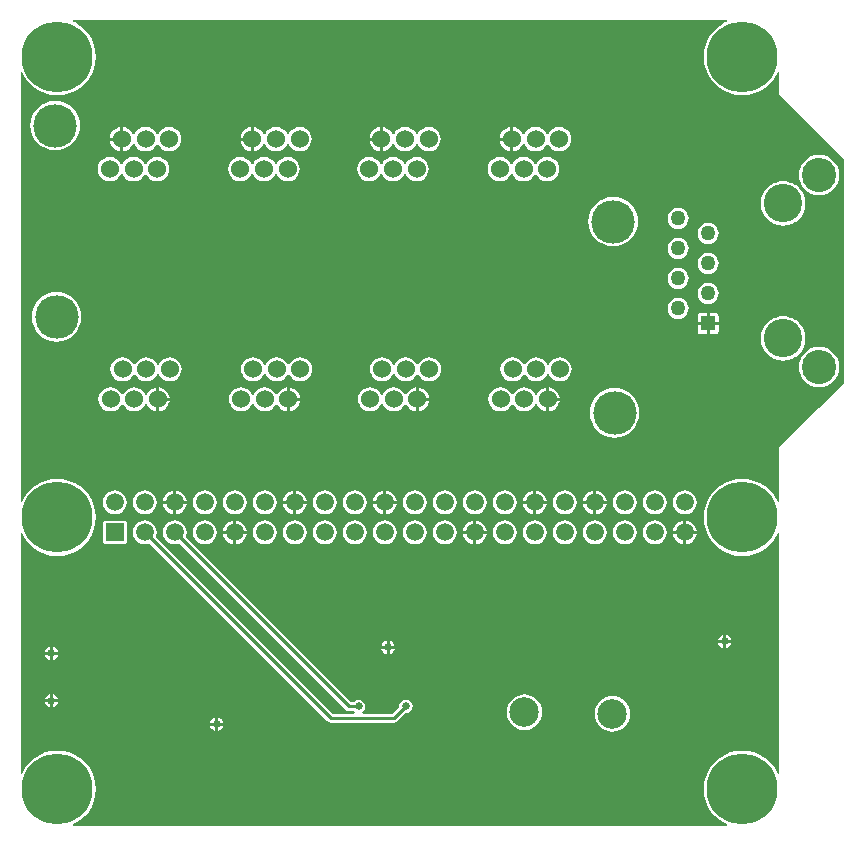
<source format=gbl>
G04*
G04 #@! TF.GenerationSoftware,Altium Limited,Altium Designer,18.0.7 (293)*
G04*
G04 Layer_Physical_Order=2*
G04 Layer_Color=16711680*
%FSLAX25Y25*%
%MOIN*%
G70*
G01*
G75*
%ADD10C,0.01000*%
%ADD39C,0.09843*%
%ADD40R,0.05906X0.05906*%
%ADD41C,0.05906*%
%ADD42R,0.04992X0.04992*%
%ADD43C,0.04992*%
%ADD44C,0.11398*%
%ADD45C,0.12795*%
%ADD46C,0.14500*%
%ADD47C,0.06000*%
%ADD48C,0.23622*%
%ADD49C,0.02500*%
G36*
X237017Y269624D02*
X236292Y269324D01*
X234573Y268270D01*
X233039Y266961D01*
X231730Y265427D01*
X230676Y263708D01*
X229904Y261845D01*
X229434Y259884D01*
X229275Y257874D01*
X229434Y255864D01*
X229904Y253903D01*
X230676Y252040D01*
X231730Y250321D01*
X233039Y248787D01*
X234573Y247478D01*
X236292Y246424D01*
X238155Y245652D01*
X240116Y245182D01*
X242126Y245023D01*
X244136Y245182D01*
X246097Y245652D01*
X247960Y246424D01*
X249679Y247478D01*
X251213Y248787D01*
X252522Y250321D01*
X253576Y252040D01*
X253876Y252765D01*
X254376Y252665D01*
Y246063D01*
X254492Y245478D01*
X254824Y244982D01*
X276030Y223776D01*
Y149256D01*
X267619Y140845D01*
X254824Y128050D01*
X254492Y127554D01*
X254376Y126969D01*
Y118110D01*
Y109540D01*
X253876Y109440D01*
X253576Y110165D01*
X252522Y111884D01*
X251213Y113418D01*
X249679Y114727D01*
X247960Y115781D01*
X246097Y116552D01*
X244136Y117023D01*
X242126Y117181D01*
X240116Y117023D01*
X238155Y116552D01*
X236292Y115781D01*
X234573Y114727D01*
X233039Y113418D01*
X231730Y111884D01*
X230676Y110165D01*
X229904Y108302D01*
X229434Y106341D01*
X229275Y104331D01*
X229434Y102321D01*
X229904Y100360D01*
X230676Y98497D01*
X231730Y96777D01*
X233039Y95244D01*
X234573Y93934D01*
X236292Y92881D01*
X238155Y92109D01*
X240116Y91638D01*
X242126Y91480D01*
X244136Y91638D01*
X246097Y92109D01*
X247960Y92881D01*
X249679Y93934D01*
X251213Y95244D01*
X252522Y96777D01*
X253576Y98497D01*
X253876Y99221D01*
X254376Y99122D01*
Y18989D01*
X253876Y18889D01*
X253576Y19614D01*
X252522Y21333D01*
X251213Y22866D01*
X249679Y24176D01*
X247960Y25230D01*
X246097Y26001D01*
X244136Y26472D01*
X242126Y26630D01*
X240116Y26472D01*
X238155Y26001D01*
X236292Y25230D01*
X234573Y24176D01*
X233039Y22866D01*
X231730Y21333D01*
X230676Y19614D01*
X229904Y17751D01*
X229434Y15790D01*
X229275Y13780D01*
X229434Y11769D01*
X229904Y9809D01*
X230676Y7946D01*
X231730Y6226D01*
X233039Y4693D01*
X234573Y3383D01*
X236292Y2330D01*
X237017Y2029D01*
X236917Y1529D01*
X18988D01*
X18889Y2029D01*
X19614Y2330D01*
X21333Y3383D01*
X22866Y4693D01*
X24176Y6226D01*
X25230Y7946D01*
X26001Y9809D01*
X26472Y11769D01*
X26630Y13780D01*
X26472Y15790D01*
X26001Y17751D01*
X25230Y19614D01*
X24176Y21333D01*
X22866Y22866D01*
X21333Y24176D01*
X19614Y25230D01*
X17751Y26001D01*
X15790Y26472D01*
X13780Y26630D01*
X11769Y26472D01*
X9809Y26001D01*
X7946Y25230D01*
X6226Y24176D01*
X4693Y22866D01*
X3383Y21333D01*
X2330Y19614D01*
X2029Y18889D01*
X1529Y18988D01*
Y99122D01*
X2029Y99221D01*
X2330Y98497D01*
X3383Y96777D01*
X4693Y95244D01*
X6226Y93934D01*
X7946Y92881D01*
X9809Y92109D01*
X11769Y91638D01*
X13780Y91480D01*
X15790Y91638D01*
X17751Y92109D01*
X19614Y92881D01*
X21333Y93934D01*
X22866Y95244D01*
X24176Y96777D01*
X25230Y98497D01*
X26001Y100360D01*
X26472Y102321D01*
X26630Y104331D01*
X26472Y106341D01*
X26001Y108302D01*
X25230Y110165D01*
X24176Y111884D01*
X22866Y113418D01*
X21333Y114727D01*
X19614Y115781D01*
X17751Y116552D01*
X15790Y117023D01*
X13780Y117181D01*
X11769Y117023D01*
X9809Y116552D01*
X7946Y115781D01*
X6226Y114727D01*
X4693Y113418D01*
X3383Y111884D01*
X2330Y110165D01*
X2029Y109440D01*
X1529Y109540D01*
Y252665D01*
X2029Y252765D01*
X2330Y252040D01*
X3383Y250321D01*
X4693Y248787D01*
X6226Y247478D01*
X7946Y246424D01*
X9809Y245652D01*
X11769Y245182D01*
X13780Y245023D01*
X15790Y245182D01*
X17751Y245652D01*
X19614Y246424D01*
X21333Y247478D01*
X22866Y248787D01*
X24176Y250321D01*
X25229Y252040D01*
X26001Y253903D01*
X26472Y255864D01*
X26630Y257874D01*
X26472Y259884D01*
X26001Y261845D01*
X25229Y263708D01*
X24176Y265427D01*
X22866Y266961D01*
X21333Y268270D01*
X19614Y269324D01*
X18889Y269624D01*
X18989Y270124D01*
X236917D01*
X237017Y269624D01*
D02*
G37*
%LPC*%
G36*
X181047Y234507D02*
X180003Y234369D01*
X179030Y233966D01*
X178194Y233325D01*
X177553Y232490D01*
X177383Y232078D01*
X176842D01*
X176671Y232490D01*
X176030Y233325D01*
X175194Y233966D01*
X174221Y234369D01*
X173177Y234507D01*
X172133Y234369D01*
X171160Y233966D01*
X170324Y233325D01*
X169683Y232490D01*
X169513Y232078D01*
X168972D01*
X168801Y232490D01*
X168160Y233325D01*
X167324Y233966D01*
X166351Y234369D01*
X165807Y234441D01*
Y230472D01*
Y226504D01*
X166351Y226575D01*
X167324Y226978D01*
X168160Y227620D01*
X168801Y228455D01*
X168972Y228867D01*
X169513D01*
X169683Y228455D01*
X170324Y227620D01*
X171160Y226978D01*
X172133Y226575D01*
X173177Y226438D01*
X174221Y226575D01*
X175194Y226978D01*
X176030Y227620D01*
X176671Y228455D01*
X176842Y228867D01*
X177383D01*
X177553Y228455D01*
X178194Y227620D01*
X179030Y226978D01*
X180003Y226575D01*
X181047Y226438D01*
X182091Y226575D01*
X183064Y226978D01*
X183900Y227620D01*
X184541Y228455D01*
X184944Y229428D01*
X185082Y230472D01*
X184944Y231517D01*
X184541Y232490D01*
X183900Y233325D01*
X183064Y233966D01*
X182091Y234369D01*
X181047Y234507D01*
D02*
G37*
G36*
X137547D02*
X136503Y234369D01*
X135530Y233966D01*
X134694Y233325D01*
X134053Y232490D01*
X133883Y232078D01*
X133342D01*
X133171Y232490D01*
X132530Y233325D01*
X131694Y233966D01*
X130721Y234369D01*
X129677Y234507D01*
X128633Y234369D01*
X127660Y233966D01*
X126824Y233325D01*
X126183Y232490D01*
X126013Y232078D01*
X125472D01*
X125301Y232490D01*
X124660Y233325D01*
X123824Y233966D01*
X122851Y234369D01*
X122307Y234441D01*
Y230472D01*
Y226504D01*
X122851Y226575D01*
X123824Y226978D01*
X124660Y227620D01*
X125301Y228455D01*
X125472Y228867D01*
X126013D01*
X126183Y228455D01*
X126824Y227620D01*
X127660Y226978D01*
X128633Y226575D01*
X129677Y226438D01*
X130721Y226575D01*
X131694Y226978D01*
X132530Y227620D01*
X133171Y228455D01*
X133342Y228867D01*
X133883D01*
X134053Y228455D01*
X134694Y227620D01*
X135530Y226978D01*
X136503Y226575D01*
X137547Y226438D01*
X138591Y226575D01*
X139564Y226978D01*
X140400Y227620D01*
X141041Y228455D01*
X141444Y229428D01*
X141582Y230472D01*
X141444Y231517D01*
X141041Y232490D01*
X140400Y233325D01*
X139564Y233966D01*
X138591Y234369D01*
X137547Y234507D01*
D02*
G37*
G36*
X94547D02*
X93503Y234369D01*
X92530Y233966D01*
X91694Y233325D01*
X91053Y232490D01*
X90883Y232078D01*
X90342D01*
X90171Y232490D01*
X89530Y233325D01*
X88694Y233966D01*
X87721Y234369D01*
X86677Y234507D01*
X85633Y234369D01*
X84660Y233966D01*
X83824Y233325D01*
X83183Y232490D01*
X83013Y232078D01*
X82472D01*
X82301Y232490D01*
X81660Y233325D01*
X80824Y233966D01*
X79851Y234369D01*
X79307Y234441D01*
Y230472D01*
Y226504D01*
X79851Y226575D01*
X80824Y226978D01*
X81660Y227620D01*
X82301Y228455D01*
X82472Y228867D01*
X83013D01*
X83183Y228455D01*
X83824Y227620D01*
X84660Y226978D01*
X85633Y226575D01*
X86677Y226438D01*
X87721Y226575D01*
X88694Y226978D01*
X89530Y227620D01*
X90171Y228455D01*
X90342Y228867D01*
X90883D01*
X91053Y228455D01*
X91694Y227620D01*
X92530Y226978D01*
X93503Y226575D01*
X94547Y226438D01*
X95591Y226575D01*
X96564Y226978D01*
X97400Y227620D01*
X98041Y228455D01*
X98444Y229428D01*
X98582Y230472D01*
X98444Y231517D01*
X98041Y232490D01*
X97400Y233325D01*
X96564Y233966D01*
X95591Y234369D01*
X94547Y234507D01*
D02*
G37*
G36*
X51047D02*
X50003Y234369D01*
X49030Y233966D01*
X48194Y233325D01*
X47553Y232490D01*
X47383Y232078D01*
X46842D01*
X46671Y232490D01*
X46030Y233325D01*
X45194Y233966D01*
X44221Y234369D01*
X43177Y234507D01*
X42133Y234369D01*
X41160Y233966D01*
X40324Y233325D01*
X39683Y232490D01*
X39513Y232078D01*
X38972D01*
X38801Y232490D01*
X38160Y233325D01*
X37324Y233966D01*
X36351Y234369D01*
X35807Y234441D01*
Y230472D01*
Y226504D01*
X36351Y226575D01*
X37324Y226978D01*
X38160Y227620D01*
X38801Y228455D01*
X38972Y228867D01*
X39513D01*
X39683Y228455D01*
X40324Y227620D01*
X41160Y226978D01*
X42133Y226575D01*
X43177Y226438D01*
X44221Y226575D01*
X45194Y226978D01*
X46030Y227620D01*
X46671Y228455D01*
X46842Y228867D01*
X47383D01*
X47553Y228455D01*
X48194Y227620D01*
X49030Y226978D01*
X50003Y226575D01*
X51047Y226438D01*
X52091Y226575D01*
X53064Y226978D01*
X53900Y227620D01*
X54541Y228455D01*
X54944Y229428D01*
X55082Y230472D01*
X54944Y231517D01*
X54541Y232490D01*
X53900Y233325D01*
X53064Y233966D01*
X52091Y234369D01*
X51047Y234507D01*
D02*
G37*
G36*
X164807Y234441D02*
X164263Y234369D01*
X163290Y233966D01*
X162454Y233325D01*
X161813Y232490D01*
X161410Y231517D01*
X161338Y230972D01*
X164807D01*
Y234441D01*
D02*
G37*
G36*
X78307D02*
X77763Y234369D01*
X76790Y233966D01*
X75954Y233325D01*
X75313Y232490D01*
X74910Y231517D01*
X74839Y230972D01*
X78307D01*
Y234441D01*
D02*
G37*
G36*
X121307D02*
X120763Y234369D01*
X119790Y233966D01*
X118954Y233325D01*
X118313Y232490D01*
X117910Y231517D01*
X117839Y230972D01*
X121307D01*
Y234441D01*
D02*
G37*
G36*
X34807Y234441D02*
X34263Y234369D01*
X33290Y233966D01*
X32454Y233325D01*
X31813Y232490D01*
X31410Y231517D01*
X31339Y230972D01*
X34807D01*
Y234441D01*
D02*
G37*
G36*
X13047Y243262D02*
X11430Y243103D01*
X9875Y242631D01*
X8442Y241865D01*
X7185Y240834D01*
X6154Y239578D01*
X5388Y238145D01*
X4916Y236590D01*
X4757Y234972D01*
X4916Y233355D01*
X5388Y231800D01*
X6154Y230367D01*
X7185Y229111D01*
X8442Y228080D01*
X9875Y227313D01*
X11430Y226842D01*
X13047Y226682D01*
X14664Y226842D01*
X16220Y227313D01*
X17653Y228080D01*
X18909Y229111D01*
X19940Y230367D01*
X20706Y231800D01*
X21178Y233355D01*
X21337Y234972D01*
X21178Y236590D01*
X20706Y238145D01*
X19940Y239578D01*
X18909Y240834D01*
X17653Y241865D01*
X16220Y242631D01*
X14664Y243103D01*
X13047Y243262D01*
D02*
G37*
G36*
X164807Y229972D02*
X161338D01*
X161410Y229428D01*
X161813Y228455D01*
X162454Y227620D01*
X163290Y226978D01*
X164263Y226575D01*
X164807Y226504D01*
Y229972D01*
D02*
G37*
G36*
X121307D02*
X117839D01*
X117910Y229428D01*
X118313Y228455D01*
X118954Y227620D01*
X119790Y226978D01*
X120763Y226575D01*
X121307Y226504D01*
Y229972D01*
D02*
G37*
G36*
X78307D02*
X74839D01*
X74910Y229428D01*
X75313Y228455D01*
X75954Y227620D01*
X76790Y226978D01*
X77763Y226575D01*
X78307Y226504D01*
Y229972D01*
D02*
G37*
G36*
X34807D02*
X31339D01*
X31410Y229428D01*
X31813Y228455D01*
X32454Y227620D01*
X33290Y226978D01*
X34263Y226575D01*
X34807Y226504D01*
Y229972D01*
D02*
G37*
G36*
X177047Y224507D02*
X176003Y224370D01*
X175030Y223966D01*
X174194Y223325D01*
X173553Y222490D01*
X173383Y222078D01*
X172842D01*
X172671Y222490D01*
X172030Y223325D01*
X171194Y223966D01*
X170221Y224370D01*
X169177Y224507D01*
X168133Y224370D01*
X167160Y223966D01*
X166324Y223325D01*
X165683Y222490D01*
X165513Y222078D01*
X164972D01*
X164801Y222490D01*
X164160Y223325D01*
X163324Y223966D01*
X162351Y224370D01*
X161307Y224507D01*
X160263Y224370D01*
X159290Y223966D01*
X158454Y223325D01*
X157813Y222490D01*
X157410Y221517D01*
X157273Y220472D01*
X157410Y219428D01*
X157813Y218455D01*
X158454Y217620D01*
X159290Y216978D01*
X160263Y216575D01*
X161307Y216438D01*
X162351Y216575D01*
X163324Y216978D01*
X164160Y217620D01*
X164801Y218455D01*
X164972Y218867D01*
X165513D01*
X165683Y218455D01*
X166324Y217620D01*
X167160Y216978D01*
X168133Y216575D01*
X169177Y216438D01*
X170221Y216575D01*
X171194Y216978D01*
X172030Y217620D01*
X172671Y218455D01*
X172842Y218867D01*
X173383D01*
X173553Y218455D01*
X174194Y217620D01*
X175030Y216978D01*
X176003Y216575D01*
X177047Y216438D01*
X178091Y216575D01*
X179064Y216978D01*
X179900Y217620D01*
X180541Y218455D01*
X180944Y219428D01*
X181082Y220472D01*
X180944Y221517D01*
X180541Y222490D01*
X179900Y223325D01*
X179064Y223966D01*
X178091Y224370D01*
X177047Y224507D01*
D02*
G37*
G36*
X133547D02*
X132503Y224370D01*
X131530Y223966D01*
X130694Y223325D01*
X130053Y222490D01*
X129883Y222078D01*
X129342D01*
X129171Y222490D01*
X128530Y223325D01*
X127694Y223966D01*
X126721Y224370D01*
X125677Y224507D01*
X124633Y224370D01*
X123660Y223966D01*
X122824Y223325D01*
X122183Y222490D01*
X122013Y222078D01*
X121472D01*
X121301Y222490D01*
X120660Y223325D01*
X119824Y223966D01*
X118851Y224370D01*
X117807Y224507D01*
X116763Y224370D01*
X115790Y223966D01*
X114954Y223325D01*
X114313Y222490D01*
X113910Y221517D01*
X113773Y220472D01*
X113910Y219428D01*
X114313Y218455D01*
X114954Y217620D01*
X115790Y216978D01*
X116763Y216575D01*
X117807Y216438D01*
X118851Y216575D01*
X119824Y216978D01*
X120660Y217620D01*
X121301Y218455D01*
X121472Y218867D01*
X122013D01*
X122183Y218455D01*
X122824Y217620D01*
X123660Y216978D01*
X124633Y216575D01*
X125677Y216438D01*
X126721Y216575D01*
X127694Y216978D01*
X128530Y217620D01*
X129171Y218455D01*
X129342Y218867D01*
X129883D01*
X130053Y218455D01*
X130694Y217620D01*
X131530Y216978D01*
X132503Y216575D01*
X133547Y216438D01*
X134591Y216575D01*
X135564Y216978D01*
X136400Y217620D01*
X137041Y218455D01*
X137444Y219428D01*
X137582Y220472D01*
X137444Y221517D01*
X137041Y222490D01*
X136400Y223325D01*
X135564Y223966D01*
X134591Y224370D01*
X133547Y224507D01*
D02*
G37*
G36*
X90547D02*
X89503Y224370D01*
X88530Y223966D01*
X87694Y223325D01*
X87053Y222490D01*
X86883Y222078D01*
X86342D01*
X86171Y222490D01*
X85530Y223325D01*
X84694Y223966D01*
X83721Y224370D01*
X82677Y224507D01*
X81633Y224370D01*
X80660Y223966D01*
X79824Y223325D01*
X79183Y222490D01*
X79013Y222078D01*
X78472D01*
X78301Y222490D01*
X77660Y223325D01*
X76824Y223966D01*
X75851Y224370D01*
X74807Y224507D01*
X73763Y224370D01*
X72790Y223966D01*
X71954Y223325D01*
X71313Y222490D01*
X70910Y221517D01*
X70773Y220472D01*
X70910Y219428D01*
X71313Y218455D01*
X71954Y217620D01*
X72790Y216978D01*
X73763Y216575D01*
X74807Y216438D01*
X75851Y216575D01*
X76824Y216978D01*
X77660Y217620D01*
X78301Y218455D01*
X78472Y218867D01*
X79013D01*
X79183Y218455D01*
X79824Y217620D01*
X80660Y216978D01*
X81633Y216575D01*
X82677Y216438D01*
X83721Y216575D01*
X84694Y216978D01*
X85530Y217620D01*
X86171Y218455D01*
X86342Y218867D01*
X86883D01*
X87053Y218455D01*
X87694Y217620D01*
X88530Y216978D01*
X89503Y216575D01*
X90547Y216438D01*
X91591Y216575D01*
X92564Y216978D01*
X93400Y217620D01*
X94041Y218455D01*
X94444Y219428D01*
X94582Y220472D01*
X94444Y221517D01*
X94041Y222490D01*
X93400Y223325D01*
X92564Y223966D01*
X91591Y224370D01*
X90547Y224507D01*
D02*
G37*
G36*
X47047D02*
X46003Y224370D01*
X45030Y223966D01*
X44194Y223325D01*
X43553Y222490D01*
X43383Y222078D01*
X42842D01*
X42671Y222490D01*
X42030Y223325D01*
X41194Y223966D01*
X40221Y224370D01*
X39177Y224507D01*
X38133Y224370D01*
X37160Y223966D01*
X36324Y223325D01*
X35683Y222490D01*
X35513Y222078D01*
X34972D01*
X34801Y222490D01*
X34160Y223325D01*
X33324Y223966D01*
X32351Y224370D01*
X31307Y224507D01*
X30263Y224370D01*
X29290Y223966D01*
X28454Y223325D01*
X27813Y222490D01*
X27410Y221517D01*
X27273Y220472D01*
X27410Y219428D01*
X27813Y218455D01*
X28454Y217620D01*
X29290Y216978D01*
X30263Y216575D01*
X31307Y216438D01*
X32351Y216575D01*
X33324Y216978D01*
X34160Y217620D01*
X34801Y218455D01*
X34972Y218867D01*
X35513D01*
X35683Y218455D01*
X36324Y217620D01*
X37160Y216978D01*
X38133Y216575D01*
X39177Y216438D01*
X40221Y216575D01*
X41194Y216978D01*
X42030Y217620D01*
X42671Y218455D01*
X42842Y218867D01*
X43383D01*
X43553Y218455D01*
X44194Y217620D01*
X45030Y216978D01*
X46003Y216575D01*
X47047Y216438D01*
X48091Y216575D01*
X49064Y216978D01*
X49900Y217620D01*
X50541Y218455D01*
X50944Y219428D01*
X51082Y220472D01*
X50944Y221517D01*
X50541Y222490D01*
X49900Y223325D01*
X49064Y223966D01*
X48091Y224370D01*
X47047Y224507D01*
D02*
G37*
G36*
X255809Y216459D02*
X255709Y216449D01*
X255609Y216459D01*
X254355Y216336D01*
X254258Y216306D01*
X254158Y216297D01*
X252953Y215931D01*
X252864Y215883D01*
X252768Y215854D01*
X251657Y215260D01*
X251579Y215196D01*
X251490Y215149D01*
X250516Y214350D01*
X250452Y214272D01*
X250375Y214208D01*
X249575Y213234D01*
X249528Y213145D01*
X249464Y213068D01*
X248870Y211957D01*
X248841Y211860D01*
X248794Y211772D01*
X248428Y210566D01*
X248418Y210466D01*
X248389Y210370D01*
X248265Y209116D01*
X248270Y209065D01*
X248260Y209016D01*
X248270Y208966D01*
X248265Y208916D01*
X248389Y207662D01*
X248418Y207566D01*
X248428Y207466D01*
X248794Y206260D01*
X248841Y206171D01*
X248870Y206075D01*
X249464Y204964D01*
X249528Y204886D01*
X249575Y204797D01*
X250375Y203823D01*
X250452Y203760D01*
X250516Y203682D01*
X251490Y202882D01*
X251579Y202835D01*
X251657Y202771D01*
X252768Y202177D01*
X252864Y202148D01*
X252953Y202101D01*
X254158Y201735D01*
X254258Y201725D01*
X254355Y201696D01*
X255609Y201572D01*
X255709Y201582D01*
X255809Y201572D01*
X257063Y201696D01*
X257159Y201725D01*
X257259Y201735D01*
X258465Y202101D01*
X258553Y202148D01*
X258649Y202177D01*
X259761Y202771D01*
X259839Y202835D01*
X259927Y202882D01*
X260901Y203682D01*
X260965Y203760D01*
X261042Y203823D01*
X261842Y204797D01*
X261889Y204886D01*
X261953Y204964D01*
X262547Y206075D01*
X262576Y206171D01*
X262624Y206260D01*
X262989Y207466D01*
X262999Y207566D01*
X263028Y207662D01*
X263152Y208916D01*
X263147Y208966D01*
X263157Y209016D01*
X263147Y209065D01*
X263152Y209116D01*
X263028Y210370D01*
X262999Y210466D01*
X262989Y210566D01*
X262624Y211772D01*
X262576Y211860D01*
X262547Y211957D01*
X261953Y213068D01*
X261889Y213145D01*
X261842Y213234D01*
X261042Y214208D01*
X260965Y214272D01*
X260901Y214350D01*
X259927Y215149D01*
X259839Y215196D01*
X259761Y215260D01*
X258649Y215854D01*
X258553Y215883D01*
X258465Y215931D01*
X257259Y216297D01*
X257159Y216306D01*
X257063Y216336D01*
X255809Y216459D01*
D02*
G37*
G36*
X267717Y225235D02*
X266403Y225106D01*
X265141Y224723D01*
X263977Y224101D01*
X262957Y223264D01*
X262120Y222244D01*
X261498Y221080D01*
X261115Y219817D01*
X260985Y218504D01*
X261115Y217191D01*
X261498Y215928D01*
X262120Y214764D01*
X262957Y213744D01*
X263977Y212907D01*
X265141Y212285D01*
X266403Y211902D01*
X267717Y211773D01*
X269030Y211902D01*
X270292Y212285D01*
X271456Y212907D01*
X272476Y213744D01*
X273313Y214764D01*
X273935Y215928D01*
X274318Y217191D01*
X274448Y218504D01*
X274318Y219817D01*
X273935Y221080D01*
X273313Y222244D01*
X272476Y223264D01*
X271456Y224101D01*
X270292Y224723D01*
X269030Y225106D01*
X267717Y225235D01*
D02*
G37*
G36*
X220709Y207542D02*
X219796Y207422D01*
X218946Y207069D01*
X218215Y206509D01*
X217655Y205779D01*
X217303Y204928D01*
X217182Y204016D01*
X217303Y203103D01*
X217655Y202253D01*
X218215Y201522D01*
X218946Y200962D01*
X219796Y200610D01*
X220709Y200489D01*
X221621Y200610D01*
X222472Y200962D01*
X223202Y201522D01*
X223762Y202253D01*
X224115Y203103D01*
X224235Y204016D01*
X224115Y204928D01*
X223762Y205779D01*
X223202Y206509D01*
X222472Y207069D01*
X221621Y207422D01*
X220709Y207542D01*
D02*
G37*
G36*
X230709Y202542D02*
X229796Y202422D01*
X228946Y202070D01*
X228215Y201509D01*
X227655Y200779D01*
X227303Y199928D01*
X227182Y199016D01*
X227303Y198103D01*
X227655Y197253D01*
X228215Y196522D01*
X228946Y195962D01*
X229796Y195610D01*
X230709Y195490D01*
X231621Y195610D01*
X232472Y195962D01*
X233202Y196522D01*
X233763Y197253D01*
X234115Y198103D01*
X234235Y199016D01*
X234115Y199928D01*
X233763Y200779D01*
X233202Y201509D01*
X232472Y202070D01*
X231621Y202422D01*
X230709Y202542D01*
D02*
G37*
G36*
X199047Y211262D02*
X197430Y211103D01*
X195875Y210631D01*
X194441Y209865D01*
X193185Y208834D01*
X192154Y207578D01*
X191388Y206145D01*
X190917Y204590D01*
X190757Y202972D01*
X190917Y201355D01*
X191388Y199800D01*
X192154Y198367D01*
X193185Y197111D01*
X194441Y196080D01*
X195875Y195314D01*
X197430Y194842D01*
X199047Y194683D01*
X200664Y194842D01*
X202220Y195314D01*
X203653Y196080D01*
X204909Y197111D01*
X205940Y198367D01*
X206706Y199800D01*
X207178Y201355D01*
X207337Y202972D01*
X207178Y204590D01*
X206706Y206145D01*
X205940Y207578D01*
X204909Y208834D01*
X203653Y209865D01*
X202220Y210631D01*
X200664Y211103D01*
X199047Y211262D01*
D02*
G37*
G36*
X220709Y197542D02*
X219796Y197422D01*
X218946Y197070D01*
X218215Y196509D01*
X217655Y195779D01*
X217303Y194928D01*
X217182Y194016D01*
X217303Y193103D01*
X217655Y192253D01*
X218215Y191522D01*
X218946Y190962D01*
X219796Y190610D01*
X220709Y190489D01*
X221621Y190610D01*
X222472Y190962D01*
X223202Y191522D01*
X223762Y192253D01*
X224115Y193103D01*
X224235Y194016D01*
X224115Y194928D01*
X223762Y195779D01*
X223202Y196509D01*
X222472Y197070D01*
X221621Y197422D01*
X220709Y197542D01*
D02*
G37*
G36*
X230709Y192542D02*
X229796Y192422D01*
X228946Y192070D01*
X228215Y191509D01*
X227655Y190779D01*
X227303Y189928D01*
X227182Y189016D01*
X227303Y188103D01*
X227655Y187253D01*
X228215Y186522D01*
X228946Y185962D01*
X229796Y185610D01*
X230709Y185489D01*
X231621Y185610D01*
X232472Y185962D01*
X233202Y186522D01*
X233763Y187253D01*
X234115Y188103D01*
X234235Y189016D01*
X234115Y189928D01*
X233763Y190779D01*
X233202Y191509D01*
X232472Y192070D01*
X231621Y192422D01*
X230709Y192542D01*
D02*
G37*
G36*
X220709Y187542D02*
X219796Y187422D01*
X218946Y187070D01*
X218215Y186509D01*
X217655Y185779D01*
X217303Y184928D01*
X217182Y184016D01*
X217303Y183103D01*
X217655Y182253D01*
X218215Y181522D01*
X218946Y180962D01*
X219796Y180610D01*
X220709Y180490D01*
X221621Y180610D01*
X222472Y180962D01*
X223202Y181522D01*
X223762Y182253D01*
X224115Y183103D01*
X224235Y184016D01*
X224115Y184928D01*
X223762Y185779D01*
X223202Y186509D01*
X222472Y187070D01*
X221621Y187422D01*
X220709Y187542D01*
D02*
G37*
G36*
X230709Y182542D02*
X229796Y182422D01*
X228946Y182070D01*
X228215Y181509D01*
X227655Y180779D01*
X227303Y179928D01*
X227182Y179016D01*
X227303Y178103D01*
X227655Y177253D01*
X228215Y176522D01*
X228946Y175962D01*
X229796Y175610D01*
X230709Y175489D01*
X231621Y175610D01*
X232472Y175962D01*
X233202Y176522D01*
X233763Y177253D01*
X234115Y178103D01*
X234235Y179016D01*
X234115Y179928D01*
X233763Y180779D01*
X233202Y181509D01*
X232472Y182070D01*
X231621Y182422D01*
X230709Y182542D01*
D02*
G37*
G36*
X255809Y171459D02*
X255709Y171449D01*
X255609Y171459D01*
X254355Y171335D01*
X254258Y171306D01*
X254158Y171297D01*
X252953Y170931D01*
X252864Y170883D01*
X252768Y170854D01*
X251657Y170260D01*
X251579Y170196D01*
X251490Y170149D01*
X250516Y169350D01*
X250452Y169272D01*
X250375Y169208D01*
X249575Y168234D01*
X249528Y168146D01*
X249464Y168068D01*
X248870Y166956D01*
X248841Y166860D01*
X248794Y166772D01*
X248428Y165566D01*
X248418Y165466D01*
X248389Y165370D01*
X248265Y164116D01*
X248270Y164065D01*
X248260Y164016D01*
X248270Y163966D01*
X248265Y163916D01*
X248389Y162662D01*
X248418Y162566D01*
X248428Y162466D01*
X248794Y161260D01*
X248841Y161171D01*
X248870Y161075D01*
X249464Y159964D01*
X249528Y159886D01*
X249575Y159797D01*
X250375Y158823D01*
X250452Y158759D01*
X250516Y158682D01*
X251490Y157882D01*
X251579Y157835D01*
X251657Y157771D01*
X252768Y157177D01*
X252864Y157148D01*
X252953Y157101D01*
X254158Y156735D01*
X254258Y156725D01*
X254355Y156696D01*
X255609Y156572D01*
X255709Y156582D01*
X255809Y156572D01*
X257063Y156696D01*
X257159Y156725D01*
X257259Y156735D01*
X258465Y157101D01*
X258553Y157148D01*
X258649Y157177D01*
X259761Y157771D01*
X259839Y157835D01*
X259927Y157882D01*
X260901Y158682D01*
X260965Y158759D01*
X261042Y158823D01*
X261842Y159797D01*
X261889Y159886D01*
X261953Y159964D01*
X262547Y161075D01*
X262576Y161171D01*
X262624Y161260D01*
X262989Y162466D01*
X262999Y162566D01*
X263028Y162662D01*
X263152Y163916D01*
X263147Y163966D01*
X263157Y164016D01*
X263147Y164065D01*
X263152Y164116D01*
X263028Y165370D01*
X262999Y165466D01*
X262989Y165566D01*
X262624Y166772D01*
X262576Y166860D01*
X262547Y166956D01*
X261953Y168068D01*
X261889Y168146D01*
X261842Y168234D01*
X261042Y169208D01*
X260965Y169272D01*
X260901Y169350D01*
X259927Y170149D01*
X259839Y170196D01*
X259761Y170260D01*
X258649Y170854D01*
X258553Y170883D01*
X258465Y170931D01*
X257259Y171297D01*
X257159Y171306D01*
X257063Y171335D01*
X255809Y171459D01*
D02*
G37*
G36*
X220709Y177542D02*
X219796Y177422D01*
X218946Y177070D01*
X218215Y176509D01*
X217655Y175779D01*
X217303Y174928D01*
X217182Y174016D01*
X217303Y173103D01*
X217655Y172253D01*
X218215Y171522D01*
X218946Y170962D01*
X219796Y170610D01*
X220709Y170490D01*
X221621Y170610D01*
X222472Y170962D01*
X223202Y171522D01*
X223762Y172253D01*
X224115Y173103D01*
X224235Y174016D01*
X224115Y174928D01*
X223762Y175779D01*
X223202Y176509D01*
X222472Y177070D01*
X221621Y177422D01*
X220709Y177542D01*
D02*
G37*
G36*
X233205Y172531D02*
X231209D01*
Y169516D01*
X234224D01*
Y171512D01*
X234147Y171902D01*
X233926Y172233D01*
X233595Y172454D01*
X233205Y172531D01*
D02*
G37*
G36*
X230209D02*
X228213D01*
X227822Y172454D01*
X227492Y172233D01*
X227271Y171902D01*
X227193Y171512D01*
Y169516D01*
X230209D01*
Y172531D01*
D02*
G37*
G36*
X234224Y168516D02*
X231209D01*
Y165500D01*
X233205D01*
X233595Y165578D01*
X233926Y165799D01*
X234147Y166130D01*
X234224Y166520D01*
Y168516D01*
D02*
G37*
G36*
X230209D02*
X227193D01*
Y166520D01*
X227271Y166130D01*
X227492Y165799D01*
X227822Y165578D01*
X228213Y165500D01*
X230209D01*
Y168516D01*
D02*
G37*
G36*
X13500Y179491D02*
X11883Y179331D01*
X10328Y178860D01*
X8895Y178094D01*
X7638Y177063D01*
X6607Y175806D01*
X5841Y174373D01*
X5369Y172818D01*
X5210Y171201D01*
X5369Y169583D01*
X5841Y168028D01*
X6607Y166595D01*
X7638Y165339D01*
X8895Y164308D01*
X10328Y163542D01*
X11883Y163070D01*
X13500Y162911D01*
X15117Y163070D01*
X16672Y163542D01*
X18106Y164308D01*
X19362Y165339D01*
X20393Y166595D01*
X21159Y168028D01*
X21631Y169583D01*
X21790Y171201D01*
X21631Y172818D01*
X21159Y174373D01*
X20393Y175806D01*
X19362Y177063D01*
X18106Y178094D01*
X16672Y178860D01*
X15117Y179331D01*
X13500Y179491D01*
D02*
G37*
G36*
X181240Y157735D02*
X180196Y157598D01*
X179223Y157195D01*
X178387Y156554D01*
X177746Y155718D01*
X177576Y155307D01*
X177034D01*
X176864Y155718D01*
X176223Y156554D01*
X175387Y157195D01*
X174414Y157598D01*
X173370Y157735D01*
X172326Y157598D01*
X171353Y157195D01*
X170517Y156554D01*
X169876Y155718D01*
X169706Y155307D01*
X169165D01*
X168994Y155718D01*
X168353Y156554D01*
X167517Y157195D01*
X166544Y157598D01*
X165500Y157735D01*
X164456Y157598D01*
X163483Y157195D01*
X162647Y156554D01*
X162006Y155718D01*
X161603Y154745D01*
X161466Y153701D01*
X161603Y152657D01*
X162006Y151683D01*
X162647Y150848D01*
X163483Y150207D01*
X164456Y149804D01*
X165500Y149666D01*
X166544Y149804D01*
X167517Y150207D01*
X168353Y150848D01*
X168994Y151683D01*
X169165Y152095D01*
X169706D01*
X169876Y151683D01*
X170517Y150848D01*
X171353Y150207D01*
X172326Y149804D01*
X173370Y149666D01*
X174414Y149804D01*
X175387Y150207D01*
X176223Y150848D01*
X176864Y151683D01*
X177034Y152095D01*
X177576D01*
X177746Y151683D01*
X178387Y150848D01*
X179223Y150207D01*
X180196Y149804D01*
X181240Y149666D01*
X182284Y149804D01*
X183257Y150207D01*
X184093Y150848D01*
X184734Y151683D01*
X185137Y152657D01*
X185275Y153701D01*
X185137Y154745D01*
X184734Y155718D01*
X184093Y156554D01*
X183257Y157195D01*
X182284Y157598D01*
X181240Y157735D01*
D02*
G37*
G36*
X137740D02*
X136696Y157598D01*
X135723Y157195D01*
X134887Y156554D01*
X134246Y155718D01*
X134076Y155307D01*
X133535D01*
X133364Y155718D01*
X132723Y156554D01*
X131887Y157195D01*
X130914Y157598D01*
X129870Y157735D01*
X128826Y157598D01*
X127853Y157195D01*
X127017Y156554D01*
X126376Y155718D01*
X126206Y155307D01*
X125664D01*
X125494Y155718D01*
X124853Y156554D01*
X124017Y157195D01*
X123044Y157598D01*
X122000Y157735D01*
X120956Y157598D01*
X119983Y157195D01*
X119147Y156554D01*
X118506Y155718D01*
X118103Y154745D01*
X117966Y153701D01*
X118103Y152657D01*
X118506Y151683D01*
X119147Y150848D01*
X119983Y150207D01*
X120956Y149804D01*
X122000Y149666D01*
X123044Y149804D01*
X124017Y150207D01*
X124853Y150848D01*
X125494Y151683D01*
X125664Y152095D01*
X126206D01*
X126376Y151683D01*
X127017Y150848D01*
X127853Y150207D01*
X128826Y149804D01*
X129870Y149666D01*
X130914Y149804D01*
X131887Y150207D01*
X132723Y150848D01*
X133364Y151683D01*
X133535Y152095D01*
X134076D01*
X134246Y151683D01*
X134887Y150848D01*
X135723Y150207D01*
X136696Y149804D01*
X137740Y149666D01*
X138784Y149804D01*
X139757Y150207D01*
X140593Y150848D01*
X141234Y151683D01*
X141637Y152657D01*
X141775Y153701D01*
X141637Y154745D01*
X141234Y155718D01*
X140593Y156554D01*
X139757Y157195D01*
X138784Y157598D01*
X137740Y157735D01*
D02*
G37*
G36*
X94740D02*
X93696Y157598D01*
X92723Y157195D01*
X91887Y156554D01*
X91246Y155718D01*
X91076Y155307D01*
X90535D01*
X90364Y155718D01*
X89723Y156554D01*
X88887Y157195D01*
X87914Y157598D01*
X86870Y157735D01*
X85826Y157598D01*
X84853Y157195D01*
X84017Y156554D01*
X83376Y155718D01*
X83206Y155307D01*
X82665D01*
X82494Y155718D01*
X81853Y156554D01*
X81017Y157195D01*
X80044Y157598D01*
X79000Y157735D01*
X77956Y157598D01*
X76983Y157195D01*
X76147Y156554D01*
X75506Y155718D01*
X75103Y154745D01*
X74966Y153701D01*
X75103Y152657D01*
X75506Y151683D01*
X76147Y150848D01*
X76983Y150207D01*
X77956Y149804D01*
X79000Y149666D01*
X80044Y149804D01*
X81017Y150207D01*
X81853Y150848D01*
X82494Y151683D01*
X82665Y152095D01*
X83206D01*
X83376Y151683D01*
X84017Y150848D01*
X84853Y150207D01*
X85826Y149804D01*
X86870Y149666D01*
X87914Y149804D01*
X88887Y150207D01*
X89723Y150848D01*
X90364Y151683D01*
X90535Y152095D01*
X91076D01*
X91246Y151683D01*
X91887Y150848D01*
X92723Y150207D01*
X93696Y149804D01*
X94740Y149666D01*
X95784Y149804D01*
X96757Y150207D01*
X97593Y150848D01*
X98234Y151683D01*
X98637Y152657D01*
X98775Y153701D01*
X98637Y154745D01*
X98234Y155718D01*
X97593Y156554D01*
X96757Y157195D01*
X95784Y157598D01*
X94740Y157735D01*
D02*
G37*
G36*
X51240D02*
X50196Y157598D01*
X49223Y157195D01*
X48387Y156554D01*
X47746Y155718D01*
X47576Y155307D01*
X47034D01*
X46864Y155718D01*
X46223Y156554D01*
X45387Y157195D01*
X44414Y157598D01*
X43370Y157735D01*
X42326Y157598D01*
X41353Y157195D01*
X40517Y156554D01*
X39876Y155718D01*
X39706Y155307D01*
X39165D01*
X38994Y155718D01*
X38353Y156554D01*
X37517Y157195D01*
X36544Y157598D01*
X35500Y157735D01*
X34456Y157598D01*
X33483Y157195D01*
X32647Y156554D01*
X32006Y155718D01*
X31603Y154745D01*
X31466Y153701D01*
X31603Y152657D01*
X32006Y151683D01*
X32647Y150848D01*
X33483Y150207D01*
X34456Y149804D01*
X35500Y149666D01*
X36544Y149804D01*
X37517Y150207D01*
X38353Y150848D01*
X38994Y151683D01*
X39165Y152095D01*
X39706D01*
X39876Y151683D01*
X40517Y150848D01*
X41353Y150207D01*
X42326Y149804D01*
X43370Y149666D01*
X44414Y149804D01*
X45387Y150207D01*
X46223Y150848D01*
X46864Y151683D01*
X47034Y152095D01*
X47576D01*
X47746Y151683D01*
X48387Y150848D01*
X49223Y150207D01*
X50196Y149804D01*
X51240Y149666D01*
X52284Y149804D01*
X53257Y150207D01*
X54093Y150848D01*
X54734Y151683D01*
X55137Y152657D01*
X55275Y153701D01*
X55137Y154745D01*
X54734Y155718D01*
X54093Y156554D01*
X53257Y157195D01*
X52284Y157598D01*
X51240Y157735D01*
D02*
G37*
G36*
X267717Y161259D02*
X266403Y161129D01*
X265141Y160746D01*
X263977Y160124D01*
X262957Y159287D01*
X262120Y158267D01*
X261498Y157104D01*
X261115Y155841D01*
X260985Y154528D01*
X261115Y153214D01*
X261498Y151952D01*
X262120Y150788D01*
X262957Y149768D01*
X263977Y148931D01*
X265141Y148309D01*
X266403Y147926D01*
X267717Y147796D01*
X269030Y147926D01*
X270292Y148309D01*
X271456Y148931D01*
X272476Y149768D01*
X273313Y150788D01*
X273935Y151952D01*
X274318Y153214D01*
X274448Y154528D01*
X274318Y155841D01*
X273935Y157104D01*
X273313Y158267D01*
X272476Y159287D01*
X271456Y160124D01*
X270292Y160746D01*
X269030Y161129D01*
X267717Y161259D01*
D02*
G37*
G36*
X169370Y147735D02*
X168326Y147598D01*
X167353Y147195D01*
X166517Y146554D01*
X165876Y145718D01*
X165706Y145307D01*
X165164D01*
X164994Y145718D01*
X164353Y146554D01*
X163517Y147195D01*
X162544Y147598D01*
X161500Y147735D01*
X160456Y147598D01*
X159483Y147195D01*
X158647Y146554D01*
X158006Y145718D01*
X157603Y144745D01*
X157466Y143701D01*
X157603Y142657D01*
X158006Y141683D01*
X158647Y140848D01*
X159483Y140207D01*
X160456Y139804D01*
X161500Y139666D01*
X162544Y139804D01*
X163517Y140207D01*
X164353Y140848D01*
X164994Y141683D01*
X165164Y142095D01*
X165706D01*
X165876Y141683D01*
X166517Y140848D01*
X167353Y140207D01*
X168326Y139804D01*
X169370Y139666D01*
X170414Y139804D01*
X171387Y140207D01*
X172223Y140848D01*
X172864Y141683D01*
X173035Y142095D01*
X173576D01*
X173746Y141683D01*
X174387Y140848D01*
X175223Y140207D01*
X176196Y139804D01*
X176740Y139732D01*
Y143701D01*
Y147669D01*
X176196Y147598D01*
X175223Y147195D01*
X174387Y146554D01*
X173746Y145718D01*
X173576Y145307D01*
X173035D01*
X172864Y145718D01*
X172223Y146554D01*
X171387Y147195D01*
X170414Y147598D01*
X169370Y147735D01*
D02*
G37*
G36*
X125870D02*
X124826Y147598D01*
X123853Y147195D01*
X123017Y146554D01*
X122376Y145718D01*
X122206Y145307D01*
X121665D01*
X121494Y145718D01*
X120853Y146554D01*
X120017Y147195D01*
X119044Y147598D01*
X118000Y147735D01*
X116956Y147598D01*
X115983Y147195D01*
X115147Y146554D01*
X114506Y145718D01*
X114103Y144745D01*
X113966Y143701D01*
X114103Y142657D01*
X114506Y141683D01*
X115147Y140848D01*
X115983Y140207D01*
X116956Y139804D01*
X118000Y139666D01*
X119044Y139804D01*
X120017Y140207D01*
X120853Y140848D01*
X121494Y141683D01*
X121665Y142095D01*
X122206D01*
X122376Y141683D01*
X123017Y140848D01*
X123853Y140207D01*
X124826Y139804D01*
X125870Y139666D01*
X126914Y139804D01*
X127887Y140207D01*
X128723Y140848D01*
X129364Y141683D01*
X129534Y142095D01*
X130076D01*
X130246Y141683D01*
X130887Y140848D01*
X131723Y140207D01*
X132696Y139804D01*
X133240Y139732D01*
Y143701D01*
Y147669D01*
X132696Y147598D01*
X131723Y147195D01*
X130887Y146554D01*
X130246Y145718D01*
X130076Y145307D01*
X129534D01*
X129364Y145718D01*
X128723Y146554D01*
X127887Y147195D01*
X126914Y147598D01*
X125870Y147735D01*
D02*
G37*
G36*
X82870D02*
X81826Y147598D01*
X80853Y147195D01*
X80017Y146554D01*
X79376Y145718D01*
X79206Y145307D01*
X78664D01*
X78494Y145718D01*
X77853Y146554D01*
X77017Y147195D01*
X76044Y147598D01*
X75000Y147735D01*
X73956Y147598D01*
X72983Y147195D01*
X72147Y146554D01*
X71506Y145718D01*
X71103Y144745D01*
X70966Y143701D01*
X71103Y142657D01*
X71506Y141683D01*
X72147Y140848D01*
X72983Y140207D01*
X73956Y139804D01*
X75000Y139666D01*
X76044Y139804D01*
X77017Y140207D01*
X77853Y140848D01*
X78494Y141683D01*
X78664Y142095D01*
X79206D01*
X79376Y141683D01*
X80017Y140848D01*
X80853Y140207D01*
X81826Y139804D01*
X82870Y139666D01*
X83914Y139804D01*
X84887Y140207D01*
X85723Y140848D01*
X86364Y141683D01*
X86535Y142095D01*
X87076D01*
X87246Y141683D01*
X87887Y140848D01*
X88723Y140207D01*
X89696Y139804D01*
X90240Y139732D01*
Y143701D01*
Y147669D01*
X89696Y147598D01*
X88723Y147195D01*
X87887Y146554D01*
X87246Y145718D01*
X87076Y145307D01*
X86535D01*
X86364Y145718D01*
X85723Y146554D01*
X84887Y147195D01*
X83914Y147598D01*
X82870Y147735D01*
D02*
G37*
G36*
X39370D02*
X38326Y147598D01*
X37353Y147195D01*
X36517Y146554D01*
X35876Y145718D01*
X35706Y145307D01*
X35164D01*
X34994Y145718D01*
X34353Y146554D01*
X33517Y147195D01*
X32544Y147598D01*
X31500Y147735D01*
X30456Y147598D01*
X29483Y147195D01*
X28647Y146554D01*
X28006Y145718D01*
X27603Y144745D01*
X27466Y143701D01*
X27603Y142657D01*
X28006Y141683D01*
X28647Y140848D01*
X29483Y140207D01*
X30456Y139804D01*
X31500Y139666D01*
X32544Y139804D01*
X33517Y140207D01*
X34353Y140848D01*
X34994Y141683D01*
X35164Y142095D01*
X35706D01*
X35876Y141683D01*
X36517Y140848D01*
X37353Y140207D01*
X38326Y139804D01*
X39370Y139666D01*
X40414Y139804D01*
X41387Y140207D01*
X42223Y140848D01*
X42864Y141683D01*
X43034Y142095D01*
X43576D01*
X43746Y141683D01*
X44387Y140848D01*
X45223Y140207D01*
X46196Y139804D01*
X46740Y139732D01*
Y143701D01*
Y147669D01*
X46196Y147598D01*
X45223Y147195D01*
X44387Y146554D01*
X43746Y145718D01*
X43576Y145307D01*
X43034D01*
X42864Y145718D01*
X42223Y146554D01*
X41387Y147195D01*
X40414Y147598D01*
X39370Y147735D01*
D02*
G37*
G36*
X177740Y147669D02*
Y144201D01*
X181209D01*
X181137Y144745D01*
X180734Y145718D01*
X180093Y146554D01*
X179257Y147195D01*
X178284Y147598D01*
X177740Y147669D01*
D02*
G37*
G36*
X134240D02*
Y144201D01*
X137709D01*
X137637Y144745D01*
X137234Y145718D01*
X136593Y146554D01*
X135757Y147195D01*
X134784Y147598D01*
X134240Y147669D01*
D02*
G37*
G36*
X91240D02*
Y144201D01*
X94709D01*
X94637Y144745D01*
X94234Y145718D01*
X93593Y146554D01*
X92757Y147195D01*
X91784Y147598D01*
X91240Y147669D01*
D02*
G37*
G36*
X47740D02*
Y144201D01*
X51209D01*
X51137Y144745D01*
X50734Y145718D01*
X50093Y146554D01*
X49257Y147195D01*
X48284Y147598D01*
X47740Y147669D01*
D02*
G37*
G36*
X181209Y143201D02*
X177740D01*
Y139732D01*
X178284Y139804D01*
X179257Y140207D01*
X180093Y140848D01*
X180734Y141683D01*
X181137Y142657D01*
X181209Y143201D01*
D02*
G37*
G36*
X137709D02*
X134240D01*
Y139732D01*
X134784Y139804D01*
X135757Y140207D01*
X136593Y140848D01*
X137234Y141683D01*
X137637Y142657D01*
X137709Y143201D01*
D02*
G37*
G36*
X94709D02*
X91240D01*
Y139732D01*
X91784Y139804D01*
X92757Y140207D01*
X93593Y140848D01*
X94234Y141683D01*
X94637Y142657D01*
X94709Y143201D01*
D02*
G37*
G36*
X51209D02*
X47740D01*
Y139732D01*
X48284Y139804D01*
X49257Y140207D01*
X50093Y140848D01*
X50734Y141683D01*
X51137Y142657D01*
X51209Y143201D01*
D02*
G37*
G36*
X199500Y147491D02*
X197883Y147331D01*
X196328Y146860D01*
X194895Y146094D01*
X193638Y145063D01*
X192607Y143806D01*
X191841Y142373D01*
X191369Y140818D01*
X191210Y139201D01*
X191369Y137583D01*
X191841Y136028D01*
X192607Y134595D01*
X193638Y133339D01*
X194895Y132308D01*
X196328Y131542D01*
X197883Y131070D01*
X199500Y130911D01*
X201117Y131070D01*
X202673Y131542D01*
X204106Y132308D01*
X205362Y133339D01*
X206393Y134595D01*
X207159Y136028D01*
X207631Y137583D01*
X207790Y139201D01*
X207631Y140818D01*
X207159Y142373D01*
X206393Y143806D01*
X205362Y145063D01*
X204106Y146094D01*
X202673Y146860D01*
X201117Y147331D01*
X199500Y147491D01*
D02*
G37*
G36*
X193453Y113252D02*
Y109831D01*
X196874D01*
X196804Y110363D01*
X196405Y111324D01*
X195772Y112150D01*
X194946Y112784D01*
X193985Y113182D01*
X193453Y113252D01*
D02*
G37*
G36*
X192453D02*
X191921Y113182D01*
X190959Y112784D01*
X190134Y112150D01*
X189500Y111324D01*
X189102Y110363D01*
X189032Y109831D01*
X192453D01*
Y113252D01*
D02*
G37*
G36*
X173453D02*
Y109831D01*
X176874D01*
X176804Y110363D01*
X176406Y111324D01*
X175772Y112150D01*
X174946Y112784D01*
X173985Y113182D01*
X173453Y113252D01*
D02*
G37*
G36*
X172453D02*
X171921Y113182D01*
X170959Y112784D01*
X170134Y112150D01*
X169500Y111324D01*
X169102Y110363D01*
X169032Y109831D01*
X172453D01*
Y113252D01*
D02*
G37*
G36*
X123453D02*
Y109831D01*
X126874D01*
X126804Y110363D01*
X126406Y111324D01*
X125772Y112150D01*
X124946Y112784D01*
X123985Y113182D01*
X123453Y113252D01*
D02*
G37*
G36*
X122453D02*
X121921Y113182D01*
X120959Y112784D01*
X120134Y112150D01*
X119500Y111324D01*
X119102Y110363D01*
X119032Y109831D01*
X122453D01*
Y113252D01*
D02*
G37*
G36*
X93453D02*
Y109831D01*
X96874D01*
X96804Y110363D01*
X96406Y111324D01*
X95772Y112150D01*
X94946Y112784D01*
X93985Y113182D01*
X93453Y113252D01*
D02*
G37*
G36*
X92453D02*
X91921Y113182D01*
X90959Y112784D01*
X90134Y112150D01*
X89500Y111324D01*
X89102Y110363D01*
X89032Y109831D01*
X92453D01*
Y113252D01*
D02*
G37*
G36*
X53453D02*
Y109831D01*
X56874D01*
X56804Y110363D01*
X56406Y111324D01*
X55772Y112150D01*
X54946Y112784D01*
X53985Y113182D01*
X53453Y113252D01*
D02*
G37*
G36*
X52453D02*
X51921Y113182D01*
X50959Y112784D01*
X50134Y112150D01*
X49500Y111324D01*
X49102Y110363D01*
X49032Y109831D01*
X52453D01*
Y113252D01*
D02*
G37*
G36*
X196874Y108831D02*
X193453D01*
Y105410D01*
X193985Y105480D01*
X194946Y105878D01*
X195772Y106512D01*
X196405Y107337D01*
X196804Y108299D01*
X196874Y108831D01*
D02*
G37*
G36*
X192453D02*
X189032D01*
X189102Y108299D01*
X189500Y107337D01*
X190134Y106512D01*
X190959Y105878D01*
X191921Y105480D01*
X192453Y105410D01*
Y108831D01*
D02*
G37*
G36*
X176874D02*
X173453D01*
Y105410D01*
X173985Y105480D01*
X174946Y105878D01*
X175772Y106512D01*
X176406Y107337D01*
X176804Y108299D01*
X176874Y108831D01*
D02*
G37*
G36*
X172453D02*
X169032D01*
X169102Y108299D01*
X169500Y107337D01*
X170134Y106512D01*
X170959Y105878D01*
X171921Y105480D01*
X172453Y105410D01*
Y108831D01*
D02*
G37*
G36*
X126874D02*
X123453D01*
Y105410D01*
X123985Y105480D01*
X124946Y105878D01*
X125772Y106512D01*
X126406Y107337D01*
X126804Y108299D01*
X126874Y108831D01*
D02*
G37*
G36*
X122453D02*
X119032D01*
X119102Y108299D01*
X119500Y107337D01*
X120134Y106512D01*
X120959Y105878D01*
X121921Y105480D01*
X122453Y105410D01*
Y108831D01*
D02*
G37*
G36*
X96874D02*
X93453D01*
Y105410D01*
X93985Y105480D01*
X94946Y105878D01*
X95772Y106512D01*
X96406Y107337D01*
X96804Y108299D01*
X96874Y108831D01*
D02*
G37*
G36*
X92453D02*
X89032D01*
X89102Y108299D01*
X89500Y107337D01*
X90134Y106512D01*
X90959Y105878D01*
X91921Y105480D01*
X92453Y105410D01*
Y108831D01*
D02*
G37*
G36*
X56874D02*
X53453D01*
Y105410D01*
X53985Y105480D01*
X54946Y105878D01*
X55772Y106512D01*
X56406Y107337D01*
X56804Y108299D01*
X56874Y108831D01*
D02*
G37*
G36*
X52453D02*
X49032D01*
X49102Y108299D01*
X49500Y107337D01*
X50134Y106512D01*
X50959Y105878D01*
X51921Y105480D01*
X52453Y105410D01*
Y108831D01*
D02*
G37*
G36*
X222953Y113318D02*
X221921Y113182D01*
X220959Y112784D01*
X220134Y112150D01*
X219500Y111324D01*
X219102Y110363D01*
X218966Y109331D01*
X219102Y108299D01*
X219500Y107337D01*
X220134Y106512D01*
X220959Y105878D01*
X221921Y105480D01*
X222953Y105344D01*
X223985Y105480D01*
X224946Y105878D01*
X225772Y106512D01*
X226406Y107337D01*
X226804Y108299D01*
X226940Y109331D01*
X226804Y110363D01*
X226406Y111324D01*
X225772Y112150D01*
X224946Y112784D01*
X223985Y113182D01*
X222953Y113318D01*
D02*
G37*
G36*
X212953D02*
X211921Y113182D01*
X210959Y112784D01*
X210134Y112150D01*
X209500Y111324D01*
X209102Y110363D01*
X208966Y109331D01*
X209102Y108299D01*
X209500Y107337D01*
X210134Y106512D01*
X210959Y105878D01*
X211921Y105480D01*
X212953Y105344D01*
X213985Y105480D01*
X214946Y105878D01*
X215772Y106512D01*
X216406Y107337D01*
X216804Y108299D01*
X216940Y109331D01*
X216804Y110363D01*
X216406Y111324D01*
X215772Y112150D01*
X214946Y112784D01*
X213985Y113182D01*
X212953Y113318D01*
D02*
G37*
G36*
X202953D02*
X201921Y113182D01*
X200959Y112784D01*
X200134Y112150D01*
X199500Y111324D01*
X199102Y110363D01*
X198966Y109331D01*
X199102Y108299D01*
X199500Y107337D01*
X200134Y106512D01*
X200959Y105878D01*
X201921Y105480D01*
X202953Y105344D01*
X203985Y105480D01*
X204946Y105878D01*
X205772Y106512D01*
X206405Y107337D01*
X206804Y108299D01*
X206940Y109331D01*
X206804Y110363D01*
X206405Y111324D01*
X205772Y112150D01*
X204946Y112784D01*
X203985Y113182D01*
X202953Y113318D01*
D02*
G37*
G36*
X182953D02*
X181921Y113182D01*
X180959Y112784D01*
X180134Y112150D01*
X179500Y111324D01*
X179102Y110363D01*
X178966Y109331D01*
X179102Y108299D01*
X179500Y107337D01*
X180134Y106512D01*
X180959Y105878D01*
X181921Y105480D01*
X182953Y105344D01*
X183985Y105480D01*
X184946Y105878D01*
X185772Y106512D01*
X186406Y107337D01*
X186804Y108299D01*
X186940Y109331D01*
X186804Y110363D01*
X186406Y111324D01*
X185772Y112150D01*
X184946Y112784D01*
X183985Y113182D01*
X182953Y113318D01*
D02*
G37*
G36*
X162953D02*
X161921Y113182D01*
X160959Y112784D01*
X160134Y112150D01*
X159500Y111324D01*
X159102Y110363D01*
X158966Y109331D01*
X159102Y108299D01*
X159500Y107337D01*
X160134Y106512D01*
X160959Y105878D01*
X161921Y105480D01*
X162953Y105344D01*
X163985Y105480D01*
X164946Y105878D01*
X165772Y106512D01*
X166405Y107337D01*
X166804Y108299D01*
X166940Y109331D01*
X166804Y110363D01*
X166405Y111324D01*
X165772Y112150D01*
X164946Y112784D01*
X163985Y113182D01*
X162953Y113318D01*
D02*
G37*
G36*
X152953D02*
X151921Y113182D01*
X150959Y112784D01*
X150134Y112150D01*
X149500Y111324D01*
X149102Y110363D01*
X148966Y109331D01*
X149102Y108299D01*
X149500Y107337D01*
X150134Y106512D01*
X150959Y105878D01*
X151921Y105480D01*
X152953Y105344D01*
X153985Y105480D01*
X154946Y105878D01*
X155772Y106512D01*
X156405Y107337D01*
X156804Y108299D01*
X156940Y109331D01*
X156804Y110363D01*
X156405Y111324D01*
X155772Y112150D01*
X154946Y112784D01*
X153985Y113182D01*
X152953Y113318D01*
D02*
G37*
G36*
X142953D02*
X141921Y113182D01*
X140959Y112784D01*
X140134Y112150D01*
X139500Y111324D01*
X139102Y110363D01*
X138966Y109331D01*
X139102Y108299D01*
X139500Y107337D01*
X140134Y106512D01*
X140959Y105878D01*
X141921Y105480D01*
X142953Y105344D01*
X143985Y105480D01*
X144946Y105878D01*
X145772Y106512D01*
X146405Y107337D01*
X146804Y108299D01*
X146940Y109331D01*
X146804Y110363D01*
X146405Y111324D01*
X145772Y112150D01*
X144946Y112784D01*
X143985Y113182D01*
X142953Y113318D01*
D02*
G37*
G36*
X132953D02*
X131921Y113182D01*
X130959Y112784D01*
X130134Y112150D01*
X129500Y111324D01*
X129102Y110363D01*
X128966Y109331D01*
X129102Y108299D01*
X129500Y107337D01*
X130134Y106512D01*
X130959Y105878D01*
X131921Y105480D01*
X132953Y105344D01*
X133985Y105480D01*
X134946Y105878D01*
X135772Y106512D01*
X136406Y107337D01*
X136804Y108299D01*
X136940Y109331D01*
X136804Y110363D01*
X136406Y111324D01*
X135772Y112150D01*
X134946Y112784D01*
X133985Y113182D01*
X132953Y113318D01*
D02*
G37*
G36*
X112953D02*
X111921Y113182D01*
X110959Y112784D01*
X110134Y112150D01*
X109500Y111324D01*
X109102Y110363D01*
X108966Y109331D01*
X109102Y108299D01*
X109500Y107337D01*
X110134Y106512D01*
X110959Y105878D01*
X111921Y105480D01*
X112953Y105344D01*
X113985Y105480D01*
X114946Y105878D01*
X115772Y106512D01*
X116405Y107337D01*
X116804Y108299D01*
X116940Y109331D01*
X116804Y110363D01*
X116405Y111324D01*
X115772Y112150D01*
X114946Y112784D01*
X113985Y113182D01*
X112953Y113318D01*
D02*
G37*
G36*
X102953D02*
X101921Y113182D01*
X100959Y112784D01*
X100134Y112150D01*
X99500Y111324D01*
X99102Y110363D01*
X98966Y109331D01*
X99102Y108299D01*
X99500Y107337D01*
X100134Y106512D01*
X100959Y105878D01*
X101921Y105480D01*
X102953Y105344D01*
X103985Y105480D01*
X104946Y105878D01*
X105772Y106512D01*
X106405Y107337D01*
X106804Y108299D01*
X106940Y109331D01*
X106804Y110363D01*
X106405Y111324D01*
X105772Y112150D01*
X104946Y112784D01*
X103985Y113182D01*
X102953Y113318D01*
D02*
G37*
G36*
X82953D02*
X81921Y113182D01*
X80959Y112784D01*
X80134Y112150D01*
X79500Y111324D01*
X79102Y110363D01*
X78966Y109331D01*
X79102Y108299D01*
X79500Y107337D01*
X80134Y106512D01*
X80959Y105878D01*
X81921Y105480D01*
X82953Y105344D01*
X83985Y105480D01*
X84946Y105878D01*
X85772Y106512D01*
X86405Y107337D01*
X86804Y108299D01*
X86940Y109331D01*
X86804Y110363D01*
X86405Y111324D01*
X85772Y112150D01*
X84946Y112784D01*
X83985Y113182D01*
X82953Y113318D01*
D02*
G37*
G36*
X72953D02*
X71921Y113182D01*
X70959Y112784D01*
X70134Y112150D01*
X69500Y111324D01*
X69102Y110363D01*
X68966Y109331D01*
X69102Y108299D01*
X69500Y107337D01*
X70134Y106512D01*
X70959Y105878D01*
X71921Y105480D01*
X72953Y105344D01*
X73985Y105480D01*
X74946Y105878D01*
X75772Y106512D01*
X76406Y107337D01*
X76804Y108299D01*
X76940Y109331D01*
X76804Y110363D01*
X76406Y111324D01*
X75772Y112150D01*
X74946Y112784D01*
X73985Y113182D01*
X72953Y113318D01*
D02*
G37*
G36*
X62953D02*
X61921Y113182D01*
X60959Y112784D01*
X60134Y112150D01*
X59500Y111324D01*
X59102Y110363D01*
X58966Y109331D01*
X59102Y108299D01*
X59500Y107337D01*
X60134Y106512D01*
X60959Y105878D01*
X61921Y105480D01*
X62953Y105344D01*
X63985Y105480D01*
X64946Y105878D01*
X65772Y106512D01*
X66405Y107337D01*
X66804Y108299D01*
X66940Y109331D01*
X66804Y110363D01*
X66405Y111324D01*
X65772Y112150D01*
X64946Y112784D01*
X63985Y113182D01*
X62953Y113318D01*
D02*
G37*
G36*
X42953D02*
X41921Y113182D01*
X40959Y112784D01*
X40134Y112150D01*
X39500Y111324D01*
X39102Y110363D01*
X38966Y109331D01*
X39102Y108299D01*
X39500Y107337D01*
X40134Y106512D01*
X40959Y105878D01*
X41921Y105480D01*
X42953Y105344D01*
X43985Y105480D01*
X44946Y105878D01*
X45772Y106512D01*
X46406Y107337D01*
X46804Y108299D01*
X46940Y109331D01*
X46804Y110363D01*
X46406Y111324D01*
X45772Y112150D01*
X44946Y112784D01*
X43985Y113182D01*
X42953Y113318D01*
D02*
G37*
G36*
X32953D02*
X31921Y113182D01*
X30959Y112784D01*
X30134Y112150D01*
X29500Y111324D01*
X29102Y110363D01*
X28966Y109331D01*
X29102Y108299D01*
X29500Y107337D01*
X30134Y106512D01*
X30959Y105878D01*
X31921Y105480D01*
X32953Y105344D01*
X33985Y105480D01*
X34946Y105878D01*
X35772Y106512D01*
X36406Y107337D01*
X36804Y108299D01*
X36940Y109331D01*
X36804Y110363D01*
X36406Y111324D01*
X35772Y112150D01*
X34946Y112784D01*
X33985Y113182D01*
X32953Y113318D01*
D02*
G37*
G36*
X223453Y103252D02*
Y99831D01*
X226874D01*
X226804Y100363D01*
X226406Y101324D01*
X225772Y102150D01*
X224946Y102784D01*
X223985Y103182D01*
X223453Y103252D01*
D02*
G37*
G36*
X222453D02*
X221921Y103182D01*
X220959Y102784D01*
X220134Y102150D01*
X219500Y101324D01*
X219102Y100363D01*
X219032Y99831D01*
X222453D01*
Y103252D01*
D02*
G37*
G36*
X153453D02*
Y99831D01*
X156874D01*
X156804Y100363D01*
X156405Y101324D01*
X155772Y102150D01*
X154946Y102784D01*
X153985Y103182D01*
X153453Y103252D01*
D02*
G37*
G36*
X152453D02*
X151921Y103182D01*
X150959Y102784D01*
X150134Y102150D01*
X149500Y101324D01*
X149102Y100363D01*
X149032Y99831D01*
X152453D01*
Y103252D01*
D02*
G37*
G36*
X73453D02*
Y99831D01*
X76874D01*
X76804Y100363D01*
X76406Y101324D01*
X75772Y102150D01*
X74946Y102784D01*
X73985Y103182D01*
X73453Y103252D01*
D02*
G37*
G36*
X72453D02*
X71921Y103182D01*
X70959Y102784D01*
X70134Y102150D01*
X69500Y101324D01*
X69102Y100363D01*
X69032Y99831D01*
X72453D01*
Y103252D01*
D02*
G37*
G36*
X226874Y98831D02*
X223453D01*
Y95410D01*
X223985Y95480D01*
X224946Y95878D01*
X225772Y96512D01*
X226406Y97337D01*
X226804Y98299D01*
X226874Y98831D01*
D02*
G37*
G36*
X222453D02*
X219032D01*
X219102Y98299D01*
X219500Y97337D01*
X220134Y96512D01*
X220959Y95878D01*
X221921Y95480D01*
X222453Y95410D01*
Y98831D01*
D02*
G37*
G36*
X156874D02*
X153453D01*
Y95410D01*
X153985Y95480D01*
X154946Y95878D01*
X155772Y96512D01*
X156405Y97337D01*
X156804Y98299D01*
X156874Y98831D01*
D02*
G37*
G36*
X152453D02*
X149032D01*
X149102Y98299D01*
X149500Y97337D01*
X150134Y96512D01*
X150959Y95878D01*
X151921Y95480D01*
X152453Y95410D01*
Y98831D01*
D02*
G37*
G36*
X76874D02*
X73453D01*
Y95410D01*
X73985Y95480D01*
X74946Y95878D01*
X75772Y96512D01*
X76406Y97337D01*
X76804Y98299D01*
X76874Y98831D01*
D02*
G37*
G36*
X72453D02*
X69032D01*
X69102Y98299D01*
X69500Y97337D01*
X70134Y96512D01*
X70959Y95878D01*
X71921Y95480D01*
X72453Y95410D01*
Y98831D01*
D02*
G37*
G36*
X35906Y103303D02*
X30000D01*
X29610Y103226D01*
X29279Y103005D01*
X29058Y102674D01*
X28980Y102284D01*
Y96378D01*
X29058Y95988D01*
X29279Y95657D01*
X29610Y95436D01*
X30000Y95359D01*
X35906D01*
X36296Y95436D01*
X36626Y95657D01*
X36847Y95988D01*
X36925Y96378D01*
Y102284D01*
X36847Y102674D01*
X36626Y103005D01*
X36296Y103226D01*
X35906Y103303D01*
D02*
G37*
G36*
X212953Y103318D02*
X211921Y103182D01*
X210959Y102784D01*
X210134Y102150D01*
X209500Y101324D01*
X209102Y100363D01*
X208966Y99331D01*
X209102Y98299D01*
X209500Y97337D01*
X210134Y96512D01*
X210959Y95878D01*
X211921Y95480D01*
X212953Y95344D01*
X213985Y95480D01*
X214946Y95878D01*
X215772Y96512D01*
X216406Y97337D01*
X216804Y98299D01*
X216940Y99331D01*
X216804Y100363D01*
X216406Y101324D01*
X215772Y102150D01*
X214946Y102784D01*
X213985Y103182D01*
X212953Y103318D01*
D02*
G37*
G36*
X202953D02*
X201921Y103182D01*
X200959Y102784D01*
X200134Y102150D01*
X199500Y101324D01*
X199102Y100363D01*
X198966Y99331D01*
X199102Y98299D01*
X199500Y97337D01*
X200134Y96512D01*
X200959Y95878D01*
X201921Y95480D01*
X202953Y95344D01*
X203985Y95480D01*
X204946Y95878D01*
X205772Y96512D01*
X206405Y97337D01*
X206804Y98299D01*
X206940Y99331D01*
X206804Y100363D01*
X206405Y101324D01*
X205772Y102150D01*
X204946Y102784D01*
X203985Y103182D01*
X202953Y103318D01*
D02*
G37*
G36*
X192953D02*
X191921Y103182D01*
X190959Y102784D01*
X190134Y102150D01*
X189500Y101324D01*
X189102Y100363D01*
X188966Y99331D01*
X189102Y98299D01*
X189500Y97337D01*
X190134Y96512D01*
X190959Y95878D01*
X191921Y95480D01*
X192953Y95344D01*
X193985Y95480D01*
X194946Y95878D01*
X195772Y96512D01*
X196405Y97337D01*
X196804Y98299D01*
X196940Y99331D01*
X196804Y100363D01*
X196405Y101324D01*
X195772Y102150D01*
X194946Y102784D01*
X193985Y103182D01*
X192953Y103318D01*
D02*
G37*
G36*
X182953D02*
X181921Y103182D01*
X180959Y102784D01*
X180134Y102150D01*
X179500Y101324D01*
X179102Y100363D01*
X178966Y99331D01*
X179102Y98299D01*
X179500Y97337D01*
X180134Y96512D01*
X180959Y95878D01*
X181921Y95480D01*
X182953Y95344D01*
X183985Y95480D01*
X184946Y95878D01*
X185772Y96512D01*
X186406Y97337D01*
X186804Y98299D01*
X186940Y99331D01*
X186804Y100363D01*
X186406Y101324D01*
X185772Y102150D01*
X184946Y102784D01*
X183985Y103182D01*
X182953Y103318D01*
D02*
G37*
G36*
X172953D02*
X171921Y103182D01*
X170959Y102784D01*
X170134Y102150D01*
X169500Y101324D01*
X169102Y100363D01*
X168966Y99331D01*
X169102Y98299D01*
X169500Y97337D01*
X170134Y96512D01*
X170959Y95878D01*
X171921Y95480D01*
X172953Y95344D01*
X173985Y95480D01*
X174946Y95878D01*
X175772Y96512D01*
X176406Y97337D01*
X176804Y98299D01*
X176940Y99331D01*
X176804Y100363D01*
X176406Y101324D01*
X175772Y102150D01*
X174946Y102784D01*
X173985Y103182D01*
X172953Y103318D01*
D02*
G37*
G36*
X162953D02*
X161921Y103182D01*
X160959Y102784D01*
X160134Y102150D01*
X159500Y101324D01*
X159102Y100363D01*
X158966Y99331D01*
X159102Y98299D01*
X159500Y97337D01*
X160134Y96512D01*
X160959Y95878D01*
X161921Y95480D01*
X162953Y95344D01*
X163985Y95480D01*
X164946Y95878D01*
X165772Y96512D01*
X166405Y97337D01*
X166804Y98299D01*
X166940Y99331D01*
X166804Y100363D01*
X166405Y101324D01*
X165772Y102150D01*
X164946Y102784D01*
X163985Y103182D01*
X162953Y103318D01*
D02*
G37*
G36*
X142953D02*
X141921Y103182D01*
X140959Y102784D01*
X140134Y102150D01*
X139500Y101324D01*
X139102Y100363D01*
X138966Y99331D01*
X139102Y98299D01*
X139500Y97337D01*
X140134Y96512D01*
X140959Y95878D01*
X141921Y95480D01*
X142953Y95344D01*
X143985Y95480D01*
X144946Y95878D01*
X145772Y96512D01*
X146405Y97337D01*
X146804Y98299D01*
X146940Y99331D01*
X146804Y100363D01*
X146405Y101324D01*
X145772Y102150D01*
X144946Y102784D01*
X143985Y103182D01*
X142953Y103318D01*
D02*
G37*
G36*
X132953D02*
X131921Y103182D01*
X130959Y102784D01*
X130134Y102150D01*
X129500Y101324D01*
X129102Y100363D01*
X128966Y99331D01*
X129102Y98299D01*
X129500Y97337D01*
X130134Y96512D01*
X130959Y95878D01*
X131921Y95480D01*
X132953Y95344D01*
X133985Y95480D01*
X134946Y95878D01*
X135772Y96512D01*
X136406Y97337D01*
X136804Y98299D01*
X136940Y99331D01*
X136804Y100363D01*
X136406Y101324D01*
X135772Y102150D01*
X134946Y102784D01*
X133985Y103182D01*
X132953Y103318D01*
D02*
G37*
G36*
X122953D02*
X121921Y103182D01*
X120959Y102784D01*
X120134Y102150D01*
X119500Y101324D01*
X119102Y100363D01*
X118966Y99331D01*
X119102Y98299D01*
X119500Y97337D01*
X120134Y96512D01*
X120959Y95878D01*
X121921Y95480D01*
X122953Y95344D01*
X123985Y95480D01*
X124946Y95878D01*
X125772Y96512D01*
X126406Y97337D01*
X126804Y98299D01*
X126940Y99331D01*
X126804Y100363D01*
X126406Y101324D01*
X125772Y102150D01*
X124946Y102784D01*
X123985Y103182D01*
X122953Y103318D01*
D02*
G37*
G36*
X112953D02*
X111921Y103182D01*
X110959Y102784D01*
X110134Y102150D01*
X109500Y101324D01*
X109102Y100363D01*
X108966Y99331D01*
X109102Y98299D01*
X109500Y97337D01*
X110134Y96512D01*
X110959Y95878D01*
X111921Y95480D01*
X112953Y95344D01*
X113985Y95480D01*
X114946Y95878D01*
X115772Y96512D01*
X116405Y97337D01*
X116804Y98299D01*
X116940Y99331D01*
X116804Y100363D01*
X116405Y101324D01*
X115772Y102150D01*
X114946Y102784D01*
X113985Y103182D01*
X112953Y103318D01*
D02*
G37*
G36*
X102953D02*
X101921Y103182D01*
X100959Y102784D01*
X100134Y102150D01*
X99500Y101324D01*
X99102Y100363D01*
X98966Y99331D01*
X99102Y98299D01*
X99500Y97337D01*
X100134Y96512D01*
X100959Y95878D01*
X101921Y95480D01*
X102953Y95344D01*
X103985Y95480D01*
X104946Y95878D01*
X105772Y96512D01*
X106405Y97337D01*
X106804Y98299D01*
X106940Y99331D01*
X106804Y100363D01*
X106405Y101324D01*
X105772Y102150D01*
X104946Y102784D01*
X103985Y103182D01*
X102953Y103318D01*
D02*
G37*
G36*
X92953D02*
X91921Y103182D01*
X90959Y102784D01*
X90134Y102150D01*
X89500Y101324D01*
X89102Y100363D01*
X88966Y99331D01*
X89102Y98299D01*
X89500Y97337D01*
X90134Y96512D01*
X90959Y95878D01*
X91921Y95480D01*
X92953Y95344D01*
X93985Y95480D01*
X94946Y95878D01*
X95772Y96512D01*
X96406Y97337D01*
X96804Y98299D01*
X96940Y99331D01*
X96804Y100363D01*
X96406Y101324D01*
X95772Y102150D01*
X94946Y102784D01*
X93985Y103182D01*
X92953Y103318D01*
D02*
G37*
G36*
X82953D02*
X81921Y103182D01*
X80959Y102784D01*
X80134Y102150D01*
X79500Y101324D01*
X79102Y100363D01*
X78966Y99331D01*
X79102Y98299D01*
X79500Y97337D01*
X80134Y96512D01*
X80959Y95878D01*
X81921Y95480D01*
X82953Y95344D01*
X83985Y95480D01*
X84946Y95878D01*
X85772Y96512D01*
X86405Y97337D01*
X86804Y98299D01*
X86940Y99331D01*
X86804Y100363D01*
X86405Y101324D01*
X85772Y102150D01*
X84946Y102784D01*
X83985Y103182D01*
X82953Y103318D01*
D02*
G37*
G36*
X62953D02*
X61921Y103182D01*
X60959Y102784D01*
X60134Y102150D01*
X59500Y101324D01*
X59102Y100363D01*
X58966Y99331D01*
X59102Y98299D01*
X59500Y97337D01*
X60134Y96512D01*
X60959Y95878D01*
X61921Y95480D01*
X62953Y95344D01*
X63985Y95480D01*
X64946Y95878D01*
X65772Y96512D01*
X66405Y97337D01*
X66804Y98299D01*
X66940Y99331D01*
X66804Y100363D01*
X66405Y101324D01*
X65772Y102150D01*
X64946Y102784D01*
X63985Y103182D01*
X62953Y103318D01*
D02*
G37*
G36*
X236720Y65187D02*
Y63492D01*
X238415D01*
X238340Y63870D01*
X237843Y64614D01*
X237098Y65112D01*
X236720Y65187D01*
D02*
G37*
G36*
X235720D02*
X235343Y65112D01*
X234598Y64614D01*
X234101Y63870D01*
X234026Y63492D01*
X235720D01*
Y65187D01*
D02*
G37*
G36*
X124516Y63218D02*
Y61524D01*
X126210D01*
X126135Y61901D01*
X125638Y62646D01*
X124894Y63143D01*
X124516Y63218D01*
D02*
G37*
G36*
X123516D02*
X123138Y63143D01*
X122394Y62646D01*
X121896Y61901D01*
X121821Y61524D01*
X123516D01*
Y63218D01*
D02*
G37*
G36*
X238415Y62492D02*
X236720D01*
Y60798D01*
X237098Y60873D01*
X237843Y61370D01*
X238340Y62114D01*
X238415Y62492D01*
D02*
G37*
G36*
X235720D02*
X234026D01*
X234101Y62114D01*
X234598Y61370D01*
X235343Y60873D01*
X235720Y60798D01*
Y62492D01*
D02*
G37*
G36*
X12311Y61250D02*
Y59555D01*
X14006D01*
X13930Y59933D01*
X13433Y60677D01*
X12689Y61175D01*
X12311Y61250D01*
D02*
G37*
G36*
X11311D02*
X10933Y61175D01*
X10189Y60677D01*
X9692Y59933D01*
X9616Y59555D01*
X11311D01*
Y61250D01*
D02*
G37*
G36*
X126210Y60524D02*
X124516D01*
Y58829D01*
X124894Y58904D01*
X125638Y59402D01*
X126135Y60146D01*
X126210Y60524D01*
D02*
G37*
G36*
X123516D02*
X121821D01*
X121896Y60146D01*
X122394Y59402D01*
X123138Y58904D01*
X123516Y58829D01*
Y60524D01*
D02*
G37*
G36*
X14006Y58555D02*
X12311D01*
Y56861D01*
X12689Y56936D01*
X13433Y57433D01*
X13930Y58177D01*
X14006Y58555D01*
D02*
G37*
G36*
X11311D02*
X9616D01*
X9692Y58177D01*
X10189Y57433D01*
X10933Y56936D01*
X11311Y56861D01*
Y58555D01*
D02*
G37*
G36*
X12311Y45502D02*
Y43807D01*
X14006D01*
X13930Y44185D01*
X13433Y44929D01*
X12689Y45426D01*
X12311Y45502D01*
D02*
G37*
G36*
X11311D02*
X10933Y45426D01*
X10189Y44929D01*
X9692Y44185D01*
X9616Y43807D01*
X11311D01*
Y45502D01*
D02*
G37*
G36*
X14006Y42807D02*
X12311D01*
Y41113D01*
X12689Y41188D01*
X13433Y41685D01*
X13930Y42429D01*
X14006Y42807D01*
D02*
G37*
G36*
X11311D02*
X9616D01*
X9692Y42429D01*
X10189Y41685D01*
X10933Y41188D01*
X11311Y41113D01*
Y42807D01*
D02*
G37*
G36*
X52953Y103318D02*
X51921Y103182D01*
X50959Y102784D01*
X50134Y102150D01*
X49500Y101324D01*
X49102Y100363D01*
X48966Y99331D01*
X49102Y98299D01*
X49500Y97337D01*
X50134Y96512D01*
X50959Y95878D01*
X51921Y95480D01*
X52953Y95344D01*
X53985Y95480D01*
X54449Y95672D01*
X109864Y40257D01*
X110360Y39926D01*
X110945Y39809D01*
X112489D01*
X112551Y39716D01*
X112978Y39431D01*
X112827Y38931D01*
X105516D01*
X46612Y97835D01*
X46804Y98299D01*
X46940Y99331D01*
X46804Y100363D01*
X46406Y101324D01*
X45772Y102150D01*
X44946Y102784D01*
X43985Y103182D01*
X42953Y103318D01*
X41921Y103182D01*
X40959Y102784D01*
X40134Y102150D01*
X39500Y101324D01*
X39102Y100363D01*
X38966Y99331D01*
X39102Y98299D01*
X39500Y97337D01*
X40134Y96512D01*
X40959Y95878D01*
X41921Y95480D01*
X42953Y95344D01*
X43985Y95480D01*
X44449Y95672D01*
X103801Y36320D01*
X104297Y35989D01*
X104882Y35872D01*
X125984D01*
X126569Y35989D01*
X127066Y36320D01*
X129812Y39066D01*
X129921Y39044D01*
X130799Y39219D01*
X131543Y39716D01*
X132041Y40461D01*
X132215Y41339D01*
X132041Y42217D01*
X131543Y42961D01*
X130799Y43458D01*
X129921Y43633D01*
X129043Y43458D01*
X128299Y42961D01*
X127802Y42217D01*
X127627Y41339D01*
X127649Y41229D01*
X125351Y38931D01*
X115520D01*
X115368Y39431D01*
X115795Y39716D01*
X116293Y40461D01*
X116467Y41339D01*
X116293Y42217D01*
X115795Y42961D01*
X115051Y43458D01*
X114173Y43633D01*
X113295Y43458D01*
X112551Y42961D01*
X112489Y42868D01*
X111579D01*
X56612Y97835D01*
X56804Y98299D01*
X56940Y99331D01*
X56804Y100363D01*
X56406Y101324D01*
X55772Y102150D01*
X54946Y102784D01*
X53985Y103182D01*
X52953Y103318D01*
D02*
G37*
G36*
X67429Y37628D02*
Y35933D01*
X69124D01*
X69049Y36311D01*
X68551Y37055D01*
X67807Y37552D01*
X67429Y37628D01*
D02*
G37*
G36*
X66429D02*
X66051Y37552D01*
X65307Y37055D01*
X64810Y36311D01*
X64735Y35933D01*
X66429D01*
Y37628D01*
D02*
G37*
G36*
X169488Y45320D02*
X168327Y45206D01*
X167211Y44867D01*
X166183Y44317D01*
X165281Y43577D01*
X164541Y42676D01*
X163991Y41647D01*
X163653Y40531D01*
X163538Y39370D01*
X163653Y38209D01*
X163991Y37093D01*
X164541Y36064D01*
X165281Y35163D01*
X166183Y34423D01*
X167211Y33873D01*
X168327Y33535D01*
X169488Y33420D01*
X170649Y33535D01*
X171765Y33873D01*
X172794Y34423D01*
X173695Y35163D01*
X174435Y36064D01*
X174985Y37093D01*
X175324Y38209D01*
X175438Y39370D01*
X175324Y40531D01*
X174985Y41647D01*
X174435Y42676D01*
X173695Y43577D01*
X172794Y44317D01*
X171765Y44867D01*
X170649Y45206D01*
X169488Y45320D01*
D02*
G37*
G36*
X69124Y34933D02*
X67429D01*
Y33239D01*
X67807Y33314D01*
X68551Y33811D01*
X69049Y34555D01*
X69124Y34933D01*
D02*
G37*
G36*
X66429D02*
X64735D01*
X64810Y34555D01*
X65307Y33811D01*
X66051Y33314D01*
X66429Y33239D01*
Y34933D01*
D02*
G37*
G36*
X198819Y44820D02*
X197658Y44706D01*
X196542Y44367D01*
X195513Y43817D01*
X194612Y43077D01*
X193872Y42176D01*
X193322Y41147D01*
X192983Y40031D01*
X192869Y38870D01*
X192983Y37709D01*
X193322Y36593D01*
X193872Y35565D01*
X194612Y34663D01*
X195513Y33923D01*
X196542Y33373D01*
X197658Y33035D01*
X198819Y32920D01*
X199980Y33035D01*
X201096Y33373D01*
X202125Y33923D01*
X203026Y34663D01*
X203766Y35565D01*
X204316Y36593D01*
X204655Y37709D01*
X204769Y38870D01*
X204655Y40031D01*
X204316Y41147D01*
X203766Y42176D01*
X203026Y43077D01*
X202125Y43817D01*
X201096Y44367D01*
X199980Y44706D01*
X198819Y44820D01*
D02*
G37*
%LPD*%
D10*
X52953Y99331D02*
X110945Y41339D01*
X114173D01*
X42953Y99331D02*
X104882Y37402D01*
X125984D01*
X129921Y41339D01*
D39*
X198819Y38870D02*
D03*
X169488Y39370D02*
D03*
D40*
X32953Y99331D02*
D03*
D41*
Y109331D02*
D03*
X42953Y99331D02*
D03*
Y109331D02*
D03*
X52953Y99331D02*
D03*
Y109331D02*
D03*
X62953Y99331D02*
D03*
Y109331D02*
D03*
X72953Y99331D02*
D03*
Y109331D02*
D03*
X82953Y99331D02*
D03*
Y109331D02*
D03*
X92953Y99331D02*
D03*
Y109331D02*
D03*
X102953Y99331D02*
D03*
Y109331D02*
D03*
X112953Y99331D02*
D03*
Y109331D02*
D03*
X122953Y99331D02*
D03*
Y109331D02*
D03*
X132953Y99331D02*
D03*
Y109331D02*
D03*
X142953Y99331D02*
D03*
Y109331D02*
D03*
X152953Y99331D02*
D03*
Y109331D02*
D03*
X162953Y99331D02*
D03*
Y109331D02*
D03*
X172953Y99331D02*
D03*
Y109331D02*
D03*
X182953Y99331D02*
D03*
Y109331D02*
D03*
X192953Y99331D02*
D03*
Y109331D02*
D03*
X202953Y99331D02*
D03*
Y109331D02*
D03*
X212953Y99331D02*
D03*
Y109331D02*
D03*
X222953Y99331D02*
D03*
Y109331D02*
D03*
D42*
X230709Y169016D02*
D03*
D43*
X220709Y174016D02*
D03*
X230709Y179016D02*
D03*
X220709Y184016D02*
D03*
X230709Y189016D02*
D03*
X220709Y194016D02*
D03*
X230709Y199016D02*
D03*
X220709Y204016D02*
D03*
D44*
X267717Y218504D02*
D03*
Y154528D02*
D03*
D45*
X255709Y209016D02*
D03*
Y164016D02*
D03*
D46*
X199500Y139201D02*
D03*
X13500Y171201D02*
D03*
X199047Y202972D02*
D03*
X13047Y234972D02*
D03*
D47*
X161500Y143701D02*
D03*
X169370D02*
D03*
X177240D02*
D03*
X165500Y153701D02*
D03*
X173370D02*
D03*
X181240D02*
D03*
X118000Y143701D02*
D03*
X125870D02*
D03*
X133740D02*
D03*
X122000Y153701D02*
D03*
X129870D02*
D03*
X137740D02*
D03*
X75000Y143701D02*
D03*
X82870D02*
D03*
X90740D02*
D03*
X79000Y153701D02*
D03*
X86870D02*
D03*
X94740D02*
D03*
X51240D02*
D03*
X43370D02*
D03*
X35500D02*
D03*
X47240Y143701D02*
D03*
X39370D02*
D03*
X31500D02*
D03*
X181047Y230472D02*
D03*
X173177D02*
D03*
X165307D02*
D03*
X177047Y220472D02*
D03*
X169177D02*
D03*
X161307D02*
D03*
X117807D02*
D03*
X125677D02*
D03*
X133547D02*
D03*
X121807Y230472D02*
D03*
X129677D02*
D03*
X137547D02*
D03*
X74807Y220472D02*
D03*
X82677D02*
D03*
X90547D02*
D03*
X78807Y230472D02*
D03*
X86677D02*
D03*
X94547D02*
D03*
X31307Y220472D02*
D03*
X39177D02*
D03*
X47047D02*
D03*
X35307Y230472D02*
D03*
X43177D02*
D03*
X51047D02*
D03*
D48*
X13780Y104331D02*
D03*
X242126D02*
D03*
Y13780D02*
D03*
X13780D02*
D03*
X13780Y257874D02*
D03*
X242126D02*
D03*
D49*
X66929Y35433D02*
D03*
X11811Y43307D02*
D03*
Y59055D02*
D03*
X124016Y61024D02*
D03*
X129921Y41339D02*
D03*
X236221Y62992D02*
D03*
X114173Y41339D02*
D03*
M02*

</source>
